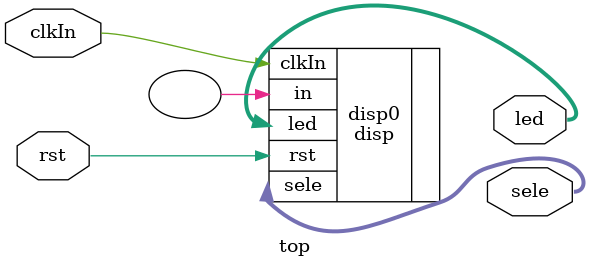
<source format=v>
module top(
	input clkIn,
	input rst,
	output wire  [7:0]led,
	output wire  [3:0]sele
);



disp disp0(
    .clkIn  (clkIn),
    .rst    (rst),
    .in     (),
    .led    (led),
    .sele   (sele)
);

endmodule
</source>
